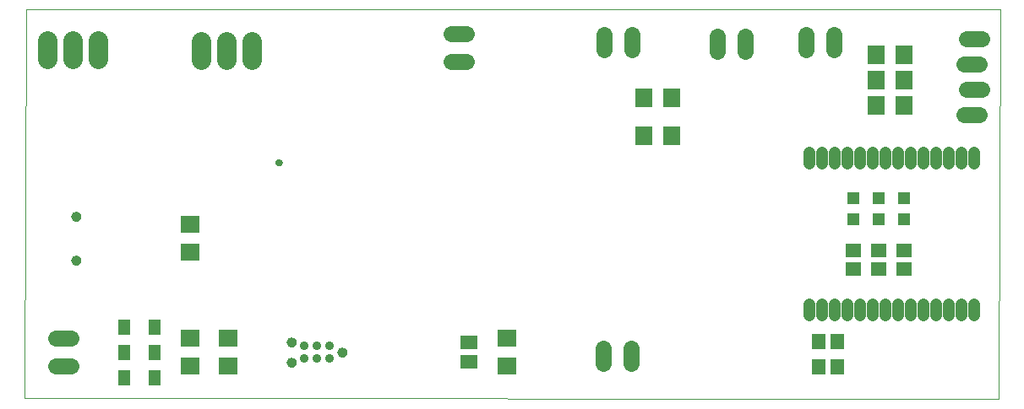
<source format=gbs>
G75*
%MOIN*%
%OFA0B0*%
%FSLAX24Y24*%
%IPPOS*%
%LPD*%
%AMOC8*
5,1,8,0,0,1.08239X$1,22.5*
%
%ADD10C,0.0000*%
%ADD11C,0.0276*%
%ADD12C,0.0350*%
%ADD13C,0.0390*%
%ADD14R,0.0749X0.0670*%
%ADD15R,0.0512X0.0591*%
%ADD16R,0.0670X0.0552*%
%ADD17C,0.0394*%
%ADD18R,0.0552X0.0631*%
%ADD19R,0.0512X0.0512*%
%ADD20R,0.0631X0.0552*%
%ADD21C,0.0640*%
%ADD22R,0.0670X0.0749*%
%ADD23C,0.0453*%
%ADD24C,0.0780*%
D10*
X003060Y000249D02*
X003140Y015625D01*
X041550Y015625D01*
X041510Y000209D01*
X003060Y000249D01*
X004923Y005702D02*
X004925Y005728D01*
X004931Y005754D01*
X004941Y005779D01*
X004954Y005802D01*
X004970Y005822D01*
X004990Y005840D01*
X005012Y005855D01*
X005035Y005867D01*
X005061Y005875D01*
X005087Y005879D01*
X005113Y005879D01*
X005139Y005875D01*
X005165Y005867D01*
X005189Y005855D01*
X005210Y005840D01*
X005230Y005822D01*
X005246Y005802D01*
X005259Y005779D01*
X005269Y005754D01*
X005275Y005728D01*
X005277Y005702D01*
X005275Y005676D01*
X005269Y005650D01*
X005259Y005625D01*
X005246Y005602D01*
X005230Y005582D01*
X005210Y005564D01*
X005188Y005549D01*
X005165Y005537D01*
X005139Y005529D01*
X005113Y005525D01*
X005087Y005525D01*
X005061Y005529D01*
X005035Y005537D01*
X005011Y005549D01*
X004990Y005564D01*
X004970Y005582D01*
X004954Y005602D01*
X004941Y005625D01*
X004931Y005650D01*
X004925Y005676D01*
X004923Y005702D01*
X004923Y007435D02*
X004925Y007461D01*
X004931Y007487D01*
X004941Y007512D01*
X004954Y007535D01*
X004970Y007555D01*
X004990Y007573D01*
X005012Y007588D01*
X005035Y007600D01*
X005061Y007608D01*
X005087Y007612D01*
X005113Y007612D01*
X005139Y007608D01*
X005165Y007600D01*
X005189Y007588D01*
X005210Y007573D01*
X005230Y007555D01*
X005246Y007535D01*
X005259Y007512D01*
X005269Y007487D01*
X005275Y007461D01*
X005277Y007435D01*
X005275Y007409D01*
X005269Y007383D01*
X005259Y007358D01*
X005246Y007335D01*
X005230Y007315D01*
X005210Y007297D01*
X005188Y007282D01*
X005165Y007270D01*
X005139Y007262D01*
X005113Y007258D01*
X005087Y007258D01*
X005061Y007262D01*
X005035Y007270D01*
X005011Y007282D01*
X004990Y007297D01*
X004970Y007315D01*
X004954Y007335D01*
X004941Y007358D01*
X004931Y007383D01*
X004925Y007409D01*
X004923Y007435D01*
X012982Y009569D02*
X012984Y009590D01*
X012990Y009610D01*
X012999Y009630D01*
X013011Y009647D01*
X013026Y009661D01*
X013044Y009673D01*
X013064Y009681D01*
X013084Y009686D01*
X013105Y009687D01*
X013126Y009684D01*
X013146Y009678D01*
X013165Y009667D01*
X013182Y009654D01*
X013195Y009638D01*
X013206Y009620D01*
X013214Y009600D01*
X013218Y009580D01*
X013218Y009558D01*
X013214Y009538D01*
X013206Y009518D01*
X013195Y009500D01*
X013182Y009484D01*
X013165Y009471D01*
X013146Y009460D01*
X013126Y009454D01*
X013105Y009451D01*
X013084Y009452D01*
X013064Y009457D01*
X013044Y009465D01*
X013026Y009477D01*
X013011Y009491D01*
X012999Y009508D01*
X012990Y009528D01*
X012984Y009548D01*
X012982Y009569D01*
X013425Y002469D02*
X013427Y002495D01*
X013433Y002521D01*
X013442Y002545D01*
X013455Y002568D01*
X013472Y002588D01*
X013491Y002606D01*
X013513Y002621D01*
X013536Y002632D01*
X013561Y002640D01*
X013587Y002644D01*
X013613Y002644D01*
X013639Y002640D01*
X013664Y002632D01*
X013688Y002621D01*
X013709Y002606D01*
X013728Y002588D01*
X013745Y002568D01*
X013758Y002545D01*
X013767Y002521D01*
X013773Y002495D01*
X013775Y002469D01*
X013773Y002443D01*
X013767Y002417D01*
X013758Y002393D01*
X013745Y002370D01*
X013728Y002350D01*
X013709Y002332D01*
X013687Y002317D01*
X013664Y002306D01*
X013639Y002298D01*
X013613Y002294D01*
X013587Y002294D01*
X013561Y002298D01*
X013536Y002306D01*
X013512Y002317D01*
X013491Y002332D01*
X013472Y002350D01*
X013455Y002370D01*
X013442Y002393D01*
X013433Y002417D01*
X013427Y002443D01*
X013425Y002469D01*
X013425Y001669D02*
X013427Y001695D01*
X013433Y001721D01*
X013442Y001745D01*
X013455Y001768D01*
X013472Y001788D01*
X013491Y001806D01*
X013513Y001821D01*
X013536Y001832D01*
X013561Y001840D01*
X013587Y001844D01*
X013613Y001844D01*
X013639Y001840D01*
X013664Y001832D01*
X013688Y001821D01*
X013709Y001806D01*
X013728Y001788D01*
X013745Y001768D01*
X013758Y001745D01*
X013767Y001721D01*
X013773Y001695D01*
X013775Y001669D01*
X013773Y001643D01*
X013767Y001617D01*
X013758Y001593D01*
X013745Y001570D01*
X013728Y001550D01*
X013709Y001532D01*
X013687Y001517D01*
X013664Y001506D01*
X013639Y001498D01*
X013613Y001494D01*
X013587Y001494D01*
X013561Y001498D01*
X013536Y001506D01*
X013512Y001517D01*
X013491Y001532D01*
X013472Y001550D01*
X013455Y001570D01*
X013442Y001593D01*
X013433Y001617D01*
X013427Y001643D01*
X013425Y001669D01*
X015425Y002069D02*
X015427Y002095D01*
X015433Y002121D01*
X015442Y002145D01*
X015455Y002168D01*
X015472Y002188D01*
X015491Y002206D01*
X015513Y002221D01*
X015536Y002232D01*
X015561Y002240D01*
X015587Y002244D01*
X015613Y002244D01*
X015639Y002240D01*
X015664Y002232D01*
X015688Y002221D01*
X015709Y002206D01*
X015728Y002188D01*
X015745Y002168D01*
X015758Y002145D01*
X015767Y002121D01*
X015773Y002095D01*
X015775Y002069D01*
X015773Y002043D01*
X015767Y002017D01*
X015758Y001993D01*
X015745Y001970D01*
X015728Y001950D01*
X015709Y001932D01*
X015687Y001917D01*
X015664Y001906D01*
X015639Y001898D01*
X015613Y001894D01*
X015587Y001894D01*
X015561Y001898D01*
X015536Y001906D01*
X015512Y001917D01*
X015491Y001932D01*
X015472Y001950D01*
X015455Y001970D01*
X015442Y001993D01*
X015433Y002017D01*
X015427Y002043D01*
X015425Y002069D01*
D11*
X013100Y009569D03*
D12*
X014100Y002319D03*
X014600Y002319D03*
X015100Y002319D03*
X015100Y001819D03*
X014600Y001819D03*
X014100Y001819D03*
D13*
X013600Y001669D03*
X013600Y002469D03*
X015600Y002069D03*
D14*
X011100Y002620D03*
X011100Y001517D03*
X009600Y001517D03*
X009600Y002620D03*
X009600Y006017D03*
X009600Y007120D03*
X022100Y002620D03*
X022100Y001517D03*
D15*
X008191Y001069D03*
X007009Y001069D03*
X007009Y002069D03*
X008191Y002069D03*
X008191Y003069D03*
X007009Y003069D03*
D16*
X020600Y002443D03*
X020600Y001695D03*
D17*
X005100Y005702D03*
X005100Y007435D03*
D18*
X034396Y002479D03*
X035144Y002479D03*
X035144Y001479D03*
X034396Y001479D03*
D19*
X035770Y007315D03*
X036770Y007315D03*
X037770Y007315D03*
X037770Y008142D03*
X036770Y008142D03*
X035770Y008142D03*
D20*
X035770Y006103D03*
X036770Y006103D03*
X037770Y006103D03*
X037770Y005355D03*
X036770Y005355D03*
X035770Y005355D03*
D21*
X027010Y002229D02*
X027010Y001629D01*
X025910Y001629D02*
X025910Y002229D01*
X040120Y011469D02*
X040720Y011469D01*
X040820Y012469D02*
X040220Y012469D01*
X040120Y013469D02*
X040720Y013469D01*
X040820Y014469D02*
X040220Y014469D01*
X034990Y014629D02*
X034990Y014029D01*
X033890Y014029D02*
X033890Y014629D01*
X031490Y014549D02*
X031490Y013949D01*
X030390Y013949D02*
X030390Y014549D01*
X027030Y014629D02*
X027030Y014029D01*
X025930Y014029D02*
X025930Y014629D01*
X020500Y014659D02*
X019900Y014659D01*
X019900Y013559D02*
X020500Y013559D01*
X004900Y002619D02*
X004300Y002619D01*
X004300Y001519D02*
X004900Y001519D01*
D22*
X027489Y010629D03*
X028591Y010629D03*
X028591Y012129D03*
X027489Y012129D03*
X036649Y011829D03*
X037751Y011829D03*
X037751Y012829D03*
X036649Y012829D03*
X036649Y013829D03*
X037751Y013829D03*
D23*
X037535Y009950D02*
X037535Y009537D01*
X037035Y009537D02*
X037035Y009950D01*
X036535Y009950D02*
X036535Y009537D01*
X036035Y009537D02*
X036035Y009950D01*
X035535Y009950D02*
X035535Y009537D01*
X035035Y009537D02*
X035035Y009950D01*
X034535Y009950D02*
X034535Y009537D01*
X034035Y009537D02*
X034035Y009950D01*
X038035Y009950D02*
X038035Y009537D01*
X038535Y009537D02*
X038535Y009950D01*
X039035Y009950D02*
X039035Y009537D01*
X039535Y009537D02*
X039535Y009950D01*
X040035Y009950D02*
X040035Y009537D01*
X040535Y009537D02*
X040535Y009950D01*
X040535Y003950D02*
X040535Y003537D01*
X040035Y003537D02*
X040035Y003950D01*
X039535Y003950D02*
X039535Y003537D01*
X039035Y003537D02*
X039035Y003950D01*
X038535Y003950D02*
X038535Y003537D01*
X038035Y003537D02*
X038035Y003950D01*
X037535Y003950D02*
X037535Y003537D01*
X037035Y003537D02*
X037035Y003950D01*
X036535Y003950D02*
X036535Y003537D01*
X036035Y003537D02*
X036035Y003950D01*
X035535Y003950D02*
X035535Y003537D01*
X035035Y003537D02*
X035035Y003950D01*
X034535Y003950D02*
X034535Y003537D01*
X034035Y003537D02*
X034035Y003950D01*
D24*
X012020Y013619D02*
X012020Y014359D01*
X011020Y014359D02*
X011020Y013619D01*
X010020Y013619D02*
X010020Y014359D01*
X005980Y014399D02*
X005980Y013659D01*
X004980Y013659D02*
X004980Y014399D01*
X003980Y014399D02*
X003980Y013659D01*
M02*

</source>
